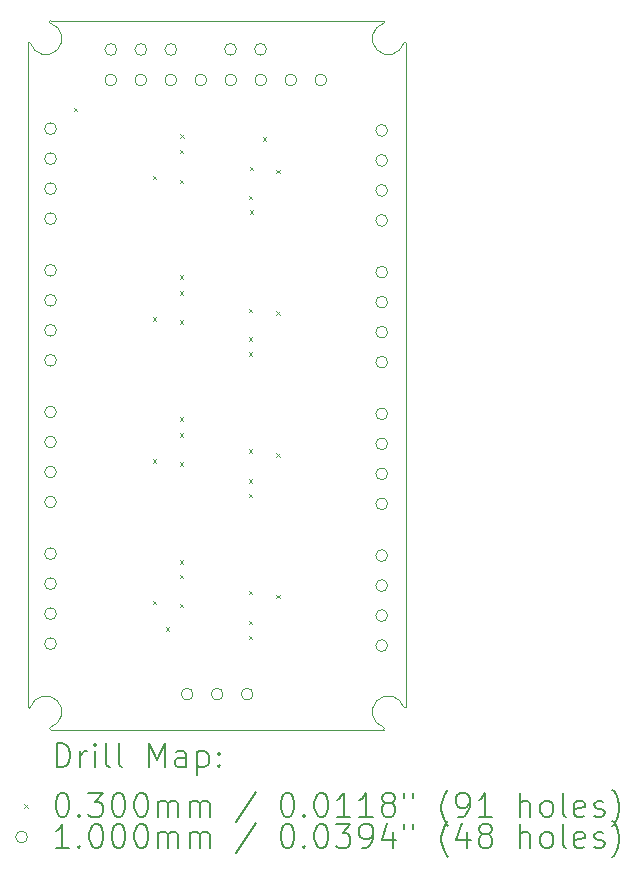
<source format=gbr>
%TF.GenerationSoftware,KiCad,Pcbnew,7.0.2-6a45011f42~172~ubuntu22.04.1*%
%TF.CreationDate,2023-05-07T18:17:42+01:00*%
%TF.ProjectId,octoHX711,6f63746f-4858-4373-9131-2e6b69636164,rev?*%
%TF.SameCoordinates,Original*%
%TF.FileFunction,Drillmap*%
%TF.FilePolarity,Positive*%
%FSLAX45Y45*%
G04 Gerber Fmt 4.5, Leading zero omitted, Abs format (unit mm)*
G04 Created by KiCad (PCBNEW 7.0.2-6a45011f42~172~ubuntu22.04.1) date 2023-05-07 18:17:42*
%MOMM*%
%LPD*%
G01*
G04 APERTURE LIST*
%ADD10C,0.100000*%
%ADD11C,0.200000*%
%ADD12C,0.030000*%
G04 APERTURE END LIST*
D10*
X12690000Y-12480000D02*
G75*
G03*
X12690000Y-12500000I0J-10000D01*
G01*
X12500000Y-12310000D02*
G75*
G03*
X12520000Y-12310000I10000J0D01*
G01*
X12690000Y-12480000D02*
G75*
G03*
X12520000Y-12310000I-40000J130000D01*
G01*
X15680000Y-12310000D02*
G75*
G03*
X15700000Y-12310000I10000J0D01*
G01*
X15510000Y-12500000D02*
G75*
G03*
X15510000Y-12480000I0J10000D01*
G01*
X15680000Y-12310000D02*
G75*
G03*
X15510000Y-12480000I-130000J-40000D01*
G01*
X15510000Y-6520000D02*
G75*
G03*
X15510000Y-6500000I0J10000D01*
G01*
X15700000Y-6690000D02*
G75*
G03*
X15680000Y-6690000I-10000J0D01*
G01*
X15510000Y-6520000D02*
G75*
G03*
X15680000Y-6690000I40000J-130000D01*
G01*
X12520000Y-6690000D02*
G75*
G03*
X12500000Y-6690000I-10000J0D01*
G01*
X12690000Y-6500000D02*
G75*
G03*
X12690000Y-6520000I0J-10000D01*
G01*
X12520000Y-6690000D02*
G75*
G03*
X12690000Y-6520000I130000J40000D01*
G01*
X12690000Y-6500000D02*
X15510000Y-6500000D01*
X12500000Y-12310000D02*
X12500000Y-6690000D01*
X15510000Y-12500000D02*
X12690000Y-12500000D01*
X15700000Y-6690000D02*
X15700000Y-12310000D01*
D11*
D12*
X12885000Y-7235000D02*
X12915000Y-7265000D01*
X12915000Y-7235000D02*
X12885000Y-7265000D01*
X13554500Y-7810500D02*
X13584500Y-7840500D01*
X13584500Y-7810500D02*
X13554500Y-7840500D01*
X13554500Y-9010500D02*
X13584500Y-9040500D01*
X13584500Y-9010500D02*
X13554500Y-9040500D01*
X13554500Y-9010500D02*
X13584500Y-9040500D01*
X13584500Y-9010500D02*
X13554500Y-9040500D01*
X13554500Y-9010500D02*
X13584500Y-9040500D01*
X13584500Y-9010500D02*
X13554500Y-9040500D01*
X13554500Y-9010500D02*
X13584500Y-9040500D01*
X13584500Y-9010500D02*
X13554500Y-9040500D01*
X13554500Y-9010500D02*
X13584500Y-9040500D01*
X13584500Y-9010500D02*
X13554500Y-9040500D01*
X13554500Y-10210500D02*
X13584500Y-10240500D01*
X13584500Y-10210500D02*
X13554500Y-10240500D01*
X13554500Y-10210500D02*
X13584500Y-10240500D01*
X13584500Y-10210500D02*
X13554500Y-10240500D01*
X13554500Y-10210500D02*
X13584500Y-10240500D01*
X13584500Y-10210500D02*
X13554500Y-10240500D01*
X13554500Y-10210500D02*
X13584500Y-10240500D01*
X13584500Y-10210500D02*
X13554500Y-10240500D01*
X13554500Y-10210500D02*
X13584500Y-10240500D01*
X13584500Y-10210500D02*
X13554500Y-10240500D01*
X13554500Y-11410500D02*
X13584500Y-11440500D01*
X13584500Y-11410500D02*
X13554500Y-11440500D01*
X13554500Y-11410500D02*
X13584500Y-11440500D01*
X13584500Y-11410500D02*
X13554500Y-11440500D01*
X13554500Y-11410500D02*
X13584500Y-11440500D01*
X13584500Y-11410500D02*
X13554500Y-11440500D01*
X13554500Y-11410500D02*
X13584500Y-11440500D01*
X13584500Y-11410500D02*
X13554500Y-11440500D01*
X13554500Y-11410500D02*
X13584500Y-11440500D01*
X13584500Y-11410500D02*
X13554500Y-11440500D01*
X13665000Y-11635000D02*
X13695000Y-11665000D01*
X13695000Y-11635000D02*
X13665000Y-11665000D01*
X13783500Y-8655000D02*
X13813500Y-8685000D01*
X13813500Y-8655000D02*
X13783500Y-8685000D01*
X13784450Y-9035000D02*
X13814450Y-9065000D01*
X13814450Y-9035000D02*
X13784450Y-9065000D01*
X13784450Y-9855000D02*
X13814450Y-9885000D01*
X13814450Y-9855000D02*
X13784450Y-9885000D01*
X13784450Y-10235000D02*
X13814450Y-10265000D01*
X13814450Y-10235000D02*
X13784450Y-10265000D01*
X13784450Y-11065000D02*
X13814450Y-11095000D01*
X13814450Y-11065000D02*
X13784450Y-11095000D01*
X13784500Y-7590500D02*
X13814500Y-7620500D01*
X13814500Y-7590500D02*
X13784500Y-7620500D01*
X13784500Y-8790500D02*
X13814500Y-8820500D01*
X13814500Y-8790500D02*
X13784500Y-8820500D01*
X13784500Y-8790500D02*
X13814500Y-8820500D01*
X13814500Y-8790500D02*
X13784500Y-8820500D01*
X13784500Y-8790500D02*
X13814500Y-8820500D01*
X13814500Y-8790500D02*
X13784500Y-8820500D01*
X13784500Y-8790500D02*
X13814500Y-8820500D01*
X13814500Y-8790500D02*
X13784500Y-8820500D01*
X13784500Y-8790500D02*
X13814500Y-8820500D01*
X13814500Y-8790500D02*
X13784500Y-8820500D01*
X13784500Y-9990500D02*
X13814500Y-10020500D01*
X13814500Y-9990500D02*
X13784500Y-10020500D01*
X13784500Y-9990500D02*
X13814500Y-10020500D01*
X13814500Y-9990500D02*
X13784500Y-10020500D01*
X13784500Y-9990500D02*
X13814500Y-10020500D01*
X13814500Y-9990500D02*
X13784500Y-10020500D01*
X13784500Y-9990500D02*
X13814500Y-10020500D01*
X13814500Y-9990500D02*
X13784500Y-10020500D01*
X13784500Y-9990500D02*
X13814500Y-10020500D01*
X13814500Y-9990500D02*
X13784500Y-10020500D01*
X13784500Y-11190500D02*
X13814500Y-11220500D01*
X13814500Y-11190500D02*
X13784500Y-11220500D01*
X13784500Y-11190500D02*
X13814500Y-11220500D01*
X13814500Y-11190500D02*
X13784500Y-11220500D01*
X13784500Y-11190500D02*
X13814500Y-11220500D01*
X13814500Y-11190500D02*
X13784500Y-11220500D01*
X13784500Y-11190500D02*
X13814500Y-11220500D01*
X13814500Y-11190500D02*
X13784500Y-11220500D01*
X13784500Y-11190500D02*
X13814500Y-11220500D01*
X13814500Y-11190500D02*
X13784500Y-11220500D01*
X13785000Y-7845000D02*
X13815000Y-7875000D01*
X13815000Y-7845000D02*
X13785000Y-7875000D01*
X13785000Y-11435000D02*
X13815000Y-11465000D01*
X13815000Y-11435000D02*
X13785000Y-11465000D01*
X13786398Y-7457898D02*
X13816398Y-7487898D01*
X13816398Y-7457898D02*
X13786398Y-7487898D01*
X14368500Y-7980000D02*
X14398500Y-8010000D01*
X14398500Y-7980000D02*
X14368500Y-8010000D01*
X14368500Y-7980000D02*
X14398500Y-8010000D01*
X14398500Y-7980000D02*
X14368500Y-8010000D01*
X14368500Y-7980000D02*
X14398500Y-8010000D01*
X14398500Y-7980000D02*
X14368500Y-8010000D01*
X14368500Y-7980000D02*
X14398500Y-8010000D01*
X14398500Y-7980000D02*
X14368500Y-8010000D01*
X14368500Y-7980000D02*
X14398500Y-8010000D01*
X14398500Y-7980000D02*
X14368500Y-8010000D01*
X14368500Y-9180000D02*
X14398500Y-9210000D01*
X14398500Y-9180000D02*
X14368500Y-9210000D01*
X14368500Y-9180000D02*
X14398500Y-9210000D01*
X14398500Y-9180000D02*
X14368500Y-9210000D01*
X14368500Y-9180000D02*
X14398500Y-9210000D01*
X14398500Y-9180000D02*
X14368500Y-9210000D01*
X14368500Y-9180000D02*
X14398500Y-9210000D01*
X14398500Y-9180000D02*
X14368500Y-9210000D01*
X14368500Y-9180000D02*
X14398500Y-9210000D01*
X14398500Y-9180000D02*
X14368500Y-9210000D01*
X14368500Y-10380000D02*
X14398500Y-10410000D01*
X14398500Y-10380000D02*
X14368500Y-10410000D01*
X14368500Y-10380000D02*
X14398500Y-10410000D01*
X14398500Y-10380000D02*
X14368500Y-10410000D01*
X14368500Y-10380000D02*
X14398500Y-10410000D01*
X14398500Y-10380000D02*
X14368500Y-10410000D01*
X14368500Y-10380000D02*
X14398500Y-10410000D01*
X14398500Y-10380000D02*
X14368500Y-10410000D01*
X14368500Y-10380000D02*
X14398500Y-10410000D01*
X14398500Y-10380000D02*
X14368500Y-10410000D01*
X14368500Y-11580000D02*
X14398500Y-11610000D01*
X14398500Y-11580000D02*
X14368500Y-11610000D01*
X14368500Y-11580000D02*
X14398500Y-11610000D01*
X14398500Y-11580000D02*
X14368500Y-11610000D01*
X14368500Y-11580000D02*
X14398500Y-11610000D01*
X14398500Y-11580000D02*
X14368500Y-11610000D01*
X14368500Y-11580000D02*
X14398500Y-11610000D01*
X14398500Y-11580000D02*
X14368500Y-11610000D01*
X14368500Y-11580000D02*
X14398500Y-11610000D01*
X14398500Y-11580000D02*
X14368500Y-11610000D01*
X14368550Y-8935000D02*
X14398550Y-8965000D01*
X14398550Y-8935000D02*
X14368550Y-8965000D01*
X14368550Y-9305000D02*
X14398550Y-9335000D01*
X14398550Y-9305000D02*
X14368550Y-9335000D01*
X14368550Y-10125000D02*
X14398550Y-10155000D01*
X14398550Y-10125000D02*
X14368550Y-10155000D01*
X14368550Y-10505000D02*
X14398550Y-10535000D01*
X14398550Y-10505000D02*
X14368550Y-10535000D01*
X14368550Y-11325000D02*
X14398550Y-11355000D01*
X14398550Y-11325000D02*
X14368550Y-11355000D01*
X14368550Y-11705000D02*
X14398550Y-11735000D01*
X14398550Y-11705000D02*
X14368550Y-11735000D01*
X14375000Y-7735000D02*
X14405000Y-7765000D01*
X14405000Y-7735000D02*
X14375000Y-7765000D01*
X14375000Y-8105000D02*
X14405000Y-8135000D01*
X14405000Y-8105000D02*
X14375000Y-8135000D01*
X14485000Y-7485000D02*
X14515000Y-7515000D01*
X14515000Y-7485000D02*
X14485000Y-7515000D01*
X14598500Y-7760000D02*
X14628500Y-7790000D01*
X14628500Y-7760000D02*
X14598500Y-7790000D01*
X14598500Y-7760000D02*
X14628500Y-7790000D01*
X14628500Y-7760000D02*
X14598500Y-7790000D01*
X14598500Y-7760000D02*
X14628500Y-7790000D01*
X14628500Y-7760000D02*
X14598500Y-7790000D01*
X14598500Y-7760000D02*
X14628500Y-7790000D01*
X14628500Y-7760000D02*
X14598500Y-7790000D01*
X14598500Y-7760000D02*
X14628500Y-7790000D01*
X14628500Y-7760000D02*
X14598500Y-7790000D01*
X14598500Y-8960000D02*
X14628500Y-8990000D01*
X14628500Y-8960000D02*
X14598500Y-8990000D01*
X14598500Y-8960000D02*
X14628500Y-8990000D01*
X14628500Y-8960000D02*
X14598500Y-8990000D01*
X14598500Y-8960000D02*
X14628500Y-8990000D01*
X14628500Y-8960000D02*
X14598500Y-8990000D01*
X14598500Y-8960000D02*
X14628500Y-8990000D01*
X14628500Y-8960000D02*
X14598500Y-8990000D01*
X14598500Y-8960000D02*
X14628500Y-8990000D01*
X14628500Y-8960000D02*
X14598500Y-8990000D01*
X14598500Y-10160000D02*
X14628500Y-10190000D01*
X14628500Y-10160000D02*
X14598500Y-10190000D01*
X14598500Y-10160000D02*
X14628500Y-10190000D01*
X14628500Y-10160000D02*
X14598500Y-10190000D01*
X14598500Y-10160000D02*
X14628500Y-10190000D01*
X14628500Y-10160000D02*
X14598500Y-10190000D01*
X14598500Y-10160000D02*
X14628500Y-10190000D01*
X14628500Y-10160000D02*
X14598500Y-10190000D01*
X14598500Y-10160000D02*
X14628500Y-10190000D01*
X14628500Y-10160000D02*
X14598500Y-10190000D01*
X14598500Y-11360000D02*
X14628500Y-11390000D01*
X14628500Y-11360000D02*
X14598500Y-11390000D01*
X14598500Y-11360000D02*
X14628500Y-11390000D01*
X14628500Y-11360000D02*
X14598500Y-11390000D01*
X14598500Y-11360000D02*
X14628500Y-11390000D01*
X14628500Y-11360000D02*
X14598500Y-11390000D01*
X14598500Y-11360000D02*
X14628500Y-11390000D01*
X14628500Y-11360000D02*
X14598500Y-11390000D01*
X14598500Y-11360000D02*
X14628500Y-11390000D01*
X14628500Y-11360000D02*
X14598500Y-11390000D01*
D10*
X12739500Y-7411500D02*
G75*
G03*
X12739500Y-7411500I-50000J0D01*
G01*
X12739500Y-7665500D02*
G75*
G03*
X12739500Y-7665500I-50000J0D01*
G01*
X12739500Y-7919500D02*
G75*
G03*
X12739500Y-7919500I-50000J0D01*
G01*
X12739500Y-8173500D02*
G75*
G03*
X12739500Y-8173500I-50000J0D01*
G01*
X12739500Y-8611500D02*
G75*
G03*
X12739500Y-8611500I-50000J0D01*
G01*
X12739500Y-8865500D02*
G75*
G03*
X12739500Y-8865500I-50000J0D01*
G01*
X12739500Y-9119500D02*
G75*
G03*
X12739500Y-9119500I-50000J0D01*
G01*
X12739500Y-9373500D02*
G75*
G03*
X12739500Y-9373500I-50000J0D01*
G01*
X12739500Y-9811500D02*
G75*
G03*
X12739500Y-9811500I-50000J0D01*
G01*
X12739500Y-10065500D02*
G75*
G03*
X12739500Y-10065500I-50000J0D01*
G01*
X12739500Y-10319500D02*
G75*
G03*
X12739500Y-10319500I-50000J0D01*
G01*
X12739500Y-10573500D02*
G75*
G03*
X12739500Y-10573500I-50000J0D01*
G01*
X12739500Y-11011500D02*
G75*
G03*
X12739500Y-11011500I-50000J0D01*
G01*
X12739500Y-11265500D02*
G75*
G03*
X12739500Y-11265500I-50000J0D01*
G01*
X12739500Y-11519500D02*
G75*
G03*
X12739500Y-11519500I-50000J0D01*
G01*
X12739500Y-11773500D02*
G75*
G03*
X12739500Y-11773500I-50000J0D01*
G01*
X13250000Y-6741500D02*
G75*
G03*
X13250000Y-6741500I-50000J0D01*
G01*
X13250000Y-7000000D02*
G75*
G03*
X13250000Y-7000000I-50000J0D01*
G01*
X13504000Y-6741500D02*
G75*
G03*
X13504000Y-6741500I-50000J0D01*
G01*
X13504000Y-7000000D02*
G75*
G03*
X13504000Y-7000000I-50000J0D01*
G01*
X13758000Y-6741500D02*
G75*
G03*
X13758000Y-6741500I-50000J0D01*
G01*
X13758000Y-7000000D02*
G75*
G03*
X13758000Y-7000000I-50000J0D01*
G01*
X13896000Y-12200000D02*
G75*
G03*
X13896000Y-12200000I-50000J0D01*
G01*
X14012000Y-7000000D02*
G75*
G03*
X14012000Y-7000000I-50000J0D01*
G01*
X14150000Y-12200000D02*
G75*
G03*
X14150000Y-12200000I-50000J0D01*
G01*
X14263500Y-6741500D02*
G75*
G03*
X14263500Y-6741500I-50000J0D01*
G01*
X14266000Y-7000000D02*
G75*
G03*
X14266000Y-7000000I-50000J0D01*
G01*
X14404000Y-12200000D02*
G75*
G03*
X14404000Y-12200000I-50000J0D01*
G01*
X14517500Y-6741500D02*
G75*
G03*
X14517500Y-6741500I-50000J0D01*
G01*
X14520000Y-7000000D02*
G75*
G03*
X14520000Y-7000000I-50000J0D01*
G01*
X14774000Y-7000000D02*
G75*
G03*
X14774000Y-7000000I-50000J0D01*
G01*
X15028000Y-7000000D02*
G75*
G03*
X15028000Y-7000000I-50000J0D01*
G01*
X15543500Y-7427000D02*
G75*
G03*
X15543500Y-7427000I-50000J0D01*
G01*
X15543500Y-7681000D02*
G75*
G03*
X15543500Y-7681000I-50000J0D01*
G01*
X15543500Y-7935000D02*
G75*
G03*
X15543500Y-7935000I-50000J0D01*
G01*
X15543500Y-8189000D02*
G75*
G03*
X15543500Y-8189000I-50000J0D01*
G01*
X15543500Y-8627000D02*
G75*
G03*
X15543500Y-8627000I-50000J0D01*
G01*
X15543500Y-8881000D02*
G75*
G03*
X15543500Y-8881000I-50000J0D01*
G01*
X15543500Y-9135000D02*
G75*
G03*
X15543500Y-9135000I-50000J0D01*
G01*
X15543500Y-9389000D02*
G75*
G03*
X15543500Y-9389000I-50000J0D01*
G01*
X15543500Y-9827000D02*
G75*
G03*
X15543500Y-9827000I-50000J0D01*
G01*
X15543500Y-10081000D02*
G75*
G03*
X15543500Y-10081000I-50000J0D01*
G01*
X15543500Y-10335000D02*
G75*
G03*
X15543500Y-10335000I-50000J0D01*
G01*
X15543500Y-10589000D02*
G75*
G03*
X15543500Y-10589000I-50000J0D01*
G01*
X15543500Y-11027000D02*
G75*
G03*
X15543500Y-11027000I-50000J0D01*
G01*
X15543500Y-11281000D02*
G75*
G03*
X15543500Y-11281000I-50000J0D01*
G01*
X15543500Y-11535000D02*
G75*
G03*
X15543500Y-11535000I-50000J0D01*
G01*
X15543500Y-11789000D02*
G75*
G03*
X15543500Y-11789000I-50000J0D01*
G01*
D11*
X12742619Y-12817524D02*
X12742619Y-12617524D01*
X12742619Y-12617524D02*
X12790238Y-12617524D01*
X12790238Y-12617524D02*
X12818809Y-12627048D01*
X12818809Y-12627048D02*
X12837857Y-12646095D01*
X12837857Y-12646095D02*
X12847381Y-12665143D01*
X12847381Y-12665143D02*
X12856905Y-12703238D01*
X12856905Y-12703238D02*
X12856905Y-12731809D01*
X12856905Y-12731809D02*
X12847381Y-12769905D01*
X12847381Y-12769905D02*
X12837857Y-12788952D01*
X12837857Y-12788952D02*
X12818809Y-12808000D01*
X12818809Y-12808000D02*
X12790238Y-12817524D01*
X12790238Y-12817524D02*
X12742619Y-12817524D01*
X12942619Y-12817524D02*
X12942619Y-12684190D01*
X12942619Y-12722286D02*
X12952143Y-12703238D01*
X12952143Y-12703238D02*
X12961667Y-12693714D01*
X12961667Y-12693714D02*
X12980714Y-12684190D01*
X12980714Y-12684190D02*
X12999762Y-12684190D01*
X13066428Y-12817524D02*
X13066428Y-12684190D01*
X13066428Y-12617524D02*
X13056905Y-12627048D01*
X13056905Y-12627048D02*
X13066428Y-12636571D01*
X13066428Y-12636571D02*
X13075952Y-12627048D01*
X13075952Y-12627048D02*
X13066428Y-12617524D01*
X13066428Y-12617524D02*
X13066428Y-12636571D01*
X13190238Y-12817524D02*
X13171190Y-12808000D01*
X13171190Y-12808000D02*
X13161667Y-12788952D01*
X13161667Y-12788952D02*
X13161667Y-12617524D01*
X13295000Y-12817524D02*
X13275952Y-12808000D01*
X13275952Y-12808000D02*
X13266428Y-12788952D01*
X13266428Y-12788952D02*
X13266428Y-12617524D01*
X13523571Y-12817524D02*
X13523571Y-12617524D01*
X13523571Y-12617524D02*
X13590238Y-12760381D01*
X13590238Y-12760381D02*
X13656905Y-12617524D01*
X13656905Y-12617524D02*
X13656905Y-12817524D01*
X13837857Y-12817524D02*
X13837857Y-12712762D01*
X13837857Y-12712762D02*
X13828333Y-12693714D01*
X13828333Y-12693714D02*
X13809286Y-12684190D01*
X13809286Y-12684190D02*
X13771190Y-12684190D01*
X13771190Y-12684190D02*
X13752143Y-12693714D01*
X13837857Y-12808000D02*
X13818809Y-12817524D01*
X13818809Y-12817524D02*
X13771190Y-12817524D01*
X13771190Y-12817524D02*
X13752143Y-12808000D01*
X13752143Y-12808000D02*
X13742619Y-12788952D01*
X13742619Y-12788952D02*
X13742619Y-12769905D01*
X13742619Y-12769905D02*
X13752143Y-12750857D01*
X13752143Y-12750857D02*
X13771190Y-12741333D01*
X13771190Y-12741333D02*
X13818809Y-12741333D01*
X13818809Y-12741333D02*
X13837857Y-12731809D01*
X13933095Y-12684190D02*
X13933095Y-12884190D01*
X13933095Y-12693714D02*
X13952143Y-12684190D01*
X13952143Y-12684190D02*
X13990238Y-12684190D01*
X13990238Y-12684190D02*
X14009286Y-12693714D01*
X14009286Y-12693714D02*
X14018809Y-12703238D01*
X14018809Y-12703238D02*
X14028333Y-12722286D01*
X14028333Y-12722286D02*
X14028333Y-12779428D01*
X14028333Y-12779428D02*
X14018809Y-12798476D01*
X14018809Y-12798476D02*
X14009286Y-12808000D01*
X14009286Y-12808000D02*
X13990238Y-12817524D01*
X13990238Y-12817524D02*
X13952143Y-12817524D01*
X13952143Y-12817524D02*
X13933095Y-12808000D01*
X14114048Y-12798476D02*
X14123571Y-12808000D01*
X14123571Y-12808000D02*
X14114048Y-12817524D01*
X14114048Y-12817524D02*
X14104524Y-12808000D01*
X14104524Y-12808000D02*
X14114048Y-12798476D01*
X14114048Y-12798476D02*
X14114048Y-12817524D01*
X14114048Y-12693714D02*
X14123571Y-12703238D01*
X14123571Y-12703238D02*
X14114048Y-12712762D01*
X14114048Y-12712762D02*
X14104524Y-12703238D01*
X14104524Y-12703238D02*
X14114048Y-12693714D01*
X14114048Y-12693714D02*
X14114048Y-12712762D01*
D12*
X12465000Y-13130000D02*
X12495000Y-13160000D01*
X12495000Y-13130000D02*
X12465000Y-13160000D01*
D11*
X12780714Y-13037524D02*
X12799762Y-13037524D01*
X12799762Y-13037524D02*
X12818809Y-13047048D01*
X12818809Y-13047048D02*
X12828333Y-13056571D01*
X12828333Y-13056571D02*
X12837857Y-13075619D01*
X12837857Y-13075619D02*
X12847381Y-13113714D01*
X12847381Y-13113714D02*
X12847381Y-13161333D01*
X12847381Y-13161333D02*
X12837857Y-13199428D01*
X12837857Y-13199428D02*
X12828333Y-13218476D01*
X12828333Y-13218476D02*
X12818809Y-13228000D01*
X12818809Y-13228000D02*
X12799762Y-13237524D01*
X12799762Y-13237524D02*
X12780714Y-13237524D01*
X12780714Y-13237524D02*
X12761667Y-13228000D01*
X12761667Y-13228000D02*
X12752143Y-13218476D01*
X12752143Y-13218476D02*
X12742619Y-13199428D01*
X12742619Y-13199428D02*
X12733095Y-13161333D01*
X12733095Y-13161333D02*
X12733095Y-13113714D01*
X12733095Y-13113714D02*
X12742619Y-13075619D01*
X12742619Y-13075619D02*
X12752143Y-13056571D01*
X12752143Y-13056571D02*
X12761667Y-13047048D01*
X12761667Y-13047048D02*
X12780714Y-13037524D01*
X12933095Y-13218476D02*
X12942619Y-13228000D01*
X12942619Y-13228000D02*
X12933095Y-13237524D01*
X12933095Y-13237524D02*
X12923571Y-13228000D01*
X12923571Y-13228000D02*
X12933095Y-13218476D01*
X12933095Y-13218476D02*
X12933095Y-13237524D01*
X13009286Y-13037524D02*
X13133095Y-13037524D01*
X13133095Y-13037524D02*
X13066428Y-13113714D01*
X13066428Y-13113714D02*
X13095000Y-13113714D01*
X13095000Y-13113714D02*
X13114048Y-13123238D01*
X13114048Y-13123238D02*
X13123571Y-13132762D01*
X13123571Y-13132762D02*
X13133095Y-13151809D01*
X13133095Y-13151809D02*
X13133095Y-13199428D01*
X13133095Y-13199428D02*
X13123571Y-13218476D01*
X13123571Y-13218476D02*
X13114048Y-13228000D01*
X13114048Y-13228000D02*
X13095000Y-13237524D01*
X13095000Y-13237524D02*
X13037857Y-13237524D01*
X13037857Y-13237524D02*
X13018809Y-13228000D01*
X13018809Y-13228000D02*
X13009286Y-13218476D01*
X13256905Y-13037524D02*
X13275952Y-13037524D01*
X13275952Y-13037524D02*
X13295000Y-13047048D01*
X13295000Y-13047048D02*
X13304524Y-13056571D01*
X13304524Y-13056571D02*
X13314048Y-13075619D01*
X13314048Y-13075619D02*
X13323571Y-13113714D01*
X13323571Y-13113714D02*
X13323571Y-13161333D01*
X13323571Y-13161333D02*
X13314048Y-13199428D01*
X13314048Y-13199428D02*
X13304524Y-13218476D01*
X13304524Y-13218476D02*
X13295000Y-13228000D01*
X13295000Y-13228000D02*
X13275952Y-13237524D01*
X13275952Y-13237524D02*
X13256905Y-13237524D01*
X13256905Y-13237524D02*
X13237857Y-13228000D01*
X13237857Y-13228000D02*
X13228333Y-13218476D01*
X13228333Y-13218476D02*
X13218809Y-13199428D01*
X13218809Y-13199428D02*
X13209286Y-13161333D01*
X13209286Y-13161333D02*
X13209286Y-13113714D01*
X13209286Y-13113714D02*
X13218809Y-13075619D01*
X13218809Y-13075619D02*
X13228333Y-13056571D01*
X13228333Y-13056571D02*
X13237857Y-13047048D01*
X13237857Y-13047048D02*
X13256905Y-13037524D01*
X13447381Y-13037524D02*
X13466429Y-13037524D01*
X13466429Y-13037524D02*
X13485476Y-13047048D01*
X13485476Y-13047048D02*
X13495000Y-13056571D01*
X13495000Y-13056571D02*
X13504524Y-13075619D01*
X13504524Y-13075619D02*
X13514048Y-13113714D01*
X13514048Y-13113714D02*
X13514048Y-13161333D01*
X13514048Y-13161333D02*
X13504524Y-13199428D01*
X13504524Y-13199428D02*
X13495000Y-13218476D01*
X13495000Y-13218476D02*
X13485476Y-13228000D01*
X13485476Y-13228000D02*
X13466429Y-13237524D01*
X13466429Y-13237524D02*
X13447381Y-13237524D01*
X13447381Y-13237524D02*
X13428333Y-13228000D01*
X13428333Y-13228000D02*
X13418809Y-13218476D01*
X13418809Y-13218476D02*
X13409286Y-13199428D01*
X13409286Y-13199428D02*
X13399762Y-13161333D01*
X13399762Y-13161333D02*
X13399762Y-13113714D01*
X13399762Y-13113714D02*
X13409286Y-13075619D01*
X13409286Y-13075619D02*
X13418809Y-13056571D01*
X13418809Y-13056571D02*
X13428333Y-13047048D01*
X13428333Y-13047048D02*
X13447381Y-13037524D01*
X13599762Y-13237524D02*
X13599762Y-13104190D01*
X13599762Y-13123238D02*
X13609286Y-13113714D01*
X13609286Y-13113714D02*
X13628333Y-13104190D01*
X13628333Y-13104190D02*
X13656905Y-13104190D01*
X13656905Y-13104190D02*
X13675952Y-13113714D01*
X13675952Y-13113714D02*
X13685476Y-13132762D01*
X13685476Y-13132762D02*
X13685476Y-13237524D01*
X13685476Y-13132762D02*
X13695000Y-13113714D01*
X13695000Y-13113714D02*
X13714048Y-13104190D01*
X13714048Y-13104190D02*
X13742619Y-13104190D01*
X13742619Y-13104190D02*
X13761667Y-13113714D01*
X13761667Y-13113714D02*
X13771190Y-13132762D01*
X13771190Y-13132762D02*
X13771190Y-13237524D01*
X13866429Y-13237524D02*
X13866429Y-13104190D01*
X13866429Y-13123238D02*
X13875952Y-13113714D01*
X13875952Y-13113714D02*
X13895000Y-13104190D01*
X13895000Y-13104190D02*
X13923571Y-13104190D01*
X13923571Y-13104190D02*
X13942619Y-13113714D01*
X13942619Y-13113714D02*
X13952143Y-13132762D01*
X13952143Y-13132762D02*
X13952143Y-13237524D01*
X13952143Y-13132762D02*
X13961667Y-13113714D01*
X13961667Y-13113714D02*
X13980714Y-13104190D01*
X13980714Y-13104190D02*
X14009286Y-13104190D01*
X14009286Y-13104190D02*
X14028333Y-13113714D01*
X14028333Y-13113714D02*
X14037857Y-13132762D01*
X14037857Y-13132762D02*
X14037857Y-13237524D01*
X14428333Y-13028000D02*
X14256905Y-13285143D01*
X14685476Y-13037524D02*
X14704524Y-13037524D01*
X14704524Y-13037524D02*
X14723572Y-13047048D01*
X14723572Y-13047048D02*
X14733095Y-13056571D01*
X14733095Y-13056571D02*
X14742619Y-13075619D01*
X14742619Y-13075619D02*
X14752143Y-13113714D01*
X14752143Y-13113714D02*
X14752143Y-13161333D01*
X14752143Y-13161333D02*
X14742619Y-13199428D01*
X14742619Y-13199428D02*
X14733095Y-13218476D01*
X14733095Y-13218476D02*
X14723572Y-13228000D01*
X14723572Y-13228000D02*
X14704524Y-13237524D01*
X14704524Y-13237524D02*
X14685476Y-13237524D01*
X14685476Y-13237524D02*
X14666429Y-13228000D01*
X14666429Y-13228000D02*
X14656905Y-13218476D01*
X14656905Y-13218476D02*
X14647381Y-13199428D01*
X14647381Y-13199428D02*
X14637857Y-13161333D01*
X14637857Y-13161333D02*
X14637857Y-13113714D01*
X14637857Y-13113714D02*
X14647381Y-13075619D01*
X14647381Y-13075619D02*
X14656905Y-13056571D01*
X14656905Y-13056571D02*
X14666429Y-13047048D01*
X14666429Y-13047048D02*
X14685476Y-13037524D01*
X14837857Y-13218476D02*
X14847381Y-13228000D01*
X14847381Y-13228000D02*
X14837857Y-13237524D01*
X14837857Y-13237524D02*
X14828333Y-13228000D01*
X14828333Y-13228000D02*
X14837857Y-13218476D01*
X14837857Y-13218476D02*
X14837857Y-13237524D01*
X14971191Y-13037524D02*
X14990238Y-13037524D01*
X14990238Y-13037524D02*
X15009286Y-13047048D01*
X15009286Y-13047048D02*
X15018810Y-13056571D01*
X15018810Y-13056571D02*
X15028333Y-13075619D01*
X15028333Y-13075619D02*
X15037857Y-13113714D01*
X15037857Y-13113714D02*
X15037857Y-13161333D01*
X15037857Y-13161333D02*
X15028333Y-13199428D01*
X15028333Y-13199428D02*
X15018810Y-13218476D01*
X15018810Y-13218476D02*
X15009286Y-13228000D01*
X15009286Y-13228000D02*
X14990238Y-13237524D01*
X14990238Y-13237524D02*
X14971191Y-13237524D01*
X14971191Y-13237524D02*
X14952143Y-13228000D01*
X14952143Y-13228000D02*
X14942619Y-13218476D01*
X14942619Y-13218476D02*
X14933095Y-13199428D01*
X14933095Y-13199428D02*
X14923572Y-13161333D01*
X14923572Y-13161333D02*
X14923572Y-13113714D01*
X14923572Y-13113714D02*
X14933095Y-13075619D01*
X14933095Y-13075619D02*
X14942619Y-13056571D01*
X14942619Y-13056571D02*
X14952143Y-13047048D01*
X14952143Y-13047048D02*
X14971191Y-13037524D01*
X15228333Y-13237524D02*
X15114048Y-13237524D01*
X15171191Y-13237524D02*
X15171191Y-13037524D01*
X15171191Y-13037524D02*
X15152143Y-13066095D01*
X15152143Y-13066095D02*
X15133095Y-13085143D01*
X15133095Y-13085143D02*
X15114048Y-13094667D01*
X15418810Y-13237524D02*
X15304524Y-13237524D01*
X15361667Y-13237524D02*
X15361667Y-13037524D01*
X15361667Y-13037524D02*
X15342619Y-13066095D01*
X15342619Y-13066095D02*
X15323572Y-13085143D01*
X15323572Y-13085143D02*
X15304524Y-13094667D01*
X15533095Y-13123238D02*
X15514048Y-13113714D01*
X15514048Y-13113714D02*
X15504524Y-13104190D01*
X15504524Y-13104190D02*
X15495000Y-13085143D01*
X15495000Y-13085143D02*
X15495000Y-13075619D01*
X15495000Y-13075619D02*
X15504524Y-13056571D01*
X15504524Y-13056571D02*
X15514048Y-13047048D01*
X15514048Y-13047048D02*
X15533095Y-13037524D01*
X15533095Y-13037524D02*
X15571191Y-13037524D01*
X15571191Y-13037524D02*
X15590238Y-13047048D01*
X15590238Y-13047048D02*
X15599762Y-13056571D01*
X15599762Y-13056571D02*
X15609286Y-13075619D01*
X15609286Y-13075619D02*
X15609286Y-13085143D01*
X15609286Y-13085143D02*
X15599762Y-13104190D01*
X15599762Y-13104190D02*
X15590238Y-13113714D01*
X15590238Y-13113714D02*
X15571191Y-13123238D01*
X15571191Y-13123238D02*
X15533095Y-13123238D01*
X15533095Y-13123238D02*
X15514048Y-13132762D01*
X15514048Y-13132762D02*
X15504524Y-13142286D01*
X15504524Y-13142286D02*
X15495000Y-13161333D01*
X15495000Y-13161333D02*
X15495000Y-13199428D01*
X15495000Y-13199428D02*
X15504524Y-13218476D01*
X15504524Y-13218476D02*
X15514048Y-13228000D01*
X15514048Y-13228000D02*
X15533095Y-13237524D01*
X15533095Y-13237524D02*
X15571191Y-13237524D01*
X15571191Y-13237524D02*
X15590238Y-13228000D01*
X15590238Y-13228000D02*
X15599762Y-13218476D01*
X15599762Y-13218476D02*
X15609286Y-13199428D01*
X15609286Y-13199428D02*
X15609286Y-13161333D01*
X15609286Y-13161333D02*
X15599762Y-13142286D01*
X15599762Y-13142286D02*
X15590238Y-13132762D01*
X15590238Y-13132762D02*
X15571191Y-13123238D01*
X15685476Y-13037524D02*
X15685476Y-13075619D01*
X15761667Y-13037524D02*
X15761667Y-13075619D01*
X16056905Y-13313714D02*
X16047381Y-13304190D01*
X16047381Y-13304190D02*
X16028334Y-13275619D01*
X16028334Y-13275619D02*
X16018810Y-13256571D01*
X16018810Y-13256571D02*
X16009286Y-13228000D01*
X16009286Y-13228000D02*
X15999762Y-13180381D01*
X15999762Y-13180381D02*
X15999762Y-13142286D01*
X15999762Y-13142286D02*
X16009286Y-13094667D01*
X16009286Y-13094667D02*
X16018810Y-13066095D01*
X16018810Y-13066095D02*
X16028334Y-13047048D01*
X16028334Y-13047048D02*
X16047381Y-13018476D01*
X16047381Y-13018476D02*
X16056905Y-13008952D01*
X16142619Y-13237524D02*
X16180714Y-13237524D01*
X16180714Y-13237524D02*
X16199762Y-13228000D01*
X16199762Y-13228000D02*
X16209286Y-13218476D01*
X16209286Y-13218476D02*
X16228334Y-13189905D01*
X16228334Y-13189905D02*
X16237857Y-13151809D01*
X16237857Y-13151809D02*
X16237857Y-13075619D01*
X16237857Y-13075619D02*
X16228334Y-13056571D01*
X16228334Y-13056571D02*
X16218810Y-13047048D01*
X16218810Y-13047048D02*
X16199762Y-13037524D01*
X16199762Y-13037524D02*
X16161667Y-13037524D01*
X16161667Y-13037524D02*
X16142619Y-13047048D01*
X16142619Y-13047048D02*
X16133095Y-13056571D01*
X16133095Y-13056571D02*
X16123572Y-13075619D01*
X16123572Y-13075619D02*
X16123572Y-13123238D01*
X16123572Y-13123238D02*
X16133095Y-13142286D01*
X16133095Y-13142286D02*
X16142619Y-13151809D01*
X16142619Y-13151809D02*
X16161667Y-13161333D01*
X16161667Y-13161333D02*
X16199762Y-13161333D01*
X16199762Y-13161333D02*
X16218810Y-13151809D01*
X16218810Y-13151809D02*
X16228334Y-13142286D01*
X16228334Y-13142286D02*
X16237857Y-13123238D01*
X16428334Y-13237524D02*
X16314048Y-13237524D01*
X16371191Y-13237524D02*
X16371191Y-13037524D01*
X16371191Y-13037524D02*
X16352143Y-13066095D01*
X16352143Y-13066095D02*
X16333095Y-13085143D01*
X16333095Y-13085143D02*
X16314048Y-13094667D01*
X16666429Y-13237524D02*
X16666429Y-13037524D01*
X16752143Y-13237524D02*
X16752143Y-13132762D01*
X16752143Y-13132762D02*
X16742619Y-13113714D01*
X16742619Y-13113714D02*
X16723572Y-13104190D01*
X16723572Y-13104190D02*
X16695000Y-13104190D01*
X16695000Y-13104190D02*
X16675953Y-13113714D01*
X16675953Y-13113714D02*
X16666429Y-13123238D01*
X16875953Y-13237524D02*
X16856905Y-13228000D01*
X16856905Y-13228000D02*
X16847381Y-13218476D01*
X16847381Y-13218476D02*
X16837858Y-13199428D01*
X16837858Y-13199428D02*
X16837858Y-13142286D01*
X16837858Y-13142286D02*
X16847381Y-13123238D01*
X16847381Y-13123238D02*
X16856905Y-13113714D01*
X16856905Y-13113714D02*
X16875953Y-13104190D01*
X16875953Y-13104190D02*
X16904524Y-13104190D01*
X16904524Y-13104190D02*
X16923572Y-13113714D01*
X16923572Y-13113714D02*
X16933096Y-13123238D01*
X16933096Y-13123238D02*
X16942619Y-13142286D01*
X16942619Y-13142286D02*
X16942619Y-13199428D01*
X16942619Y-13199428D02*
X16933096Y-13218476D01*
X16933096Y-13218476D02*
X16923572Y-13228000D01*
X16923572Y-13228000D02*
X16904524Y-13237524D01*
X16904524Y-13237524D02*
X16875953Y-13237524D01*
X17056905Y-13237524D02*
X17037858Y-13228000D01*
X17037858Y-13228000D02*
X17028334Y-13208952D01*
X17028334Y-13208952D02*
X17028334Y-13037524D01*
X17209286Y-13228000D02*
X17190239Y-13237524D01*
X17190239Y-13237524D02*
X17152143Y-13237524D01*
X17152143Y-13237524D02*
X17133096Y-13228000D01*
X17133096Y-13228000D02*
X17123572Y-13208952D01*
X17123572Y-13208952D02*
X17123572Y-13132762D01*
X17123572Y-13132762D02*
X17133096Y-13113714D01*
X17133096Y-13113714D02*
X17152143Y-13104190D01*
X17152143Y-13104190D02*
X17190239Y-13104190D01*
X17190239Y-13104190D02*
X17209286Y-13113714D01*
X17209286Y-13113714D02*
X17218810Y-13132762D01*
X17218810Y-13132762D02*
X17218810Y-13151809D01*
X17218810Y-13151809D02*
X17123572Y-13170857D01*
X17295000Y-13228000D02*
X17314048Y-13237524D01*
X17314048Y-13237524D02*
X17352143Y-13237524D01*
X17352143Y-13237524D02*
X17371191Y-13228000D01*
X17371191Y-13228000D02*
X17380715Y-13208952D01*
X17380715Y-13208952D02*
X17380715Y-13199428D01*
X17380715Y-13199428D02*
X17371191Y-13180381D01*
X17371191Y-13180381D02*
X17352143Y-13170857D01*
X17352143Y-13170857D02*
X17323572Y-13170857D01*
X17323572Y-13170857D02*
X17304524Y-13161333D01*
X17304524Y-13161333D02*
X17295000Y-13142286D01*
X17295000Y-13142286D02*
X17295000Y-13132762D01*
X17295000Y-13132762D02*
X17304524Y-13113714D01*
X17304524Y-13113714D02*
X17323572Y-13104190D01*
X17323572Y-13104190D02*
X17352143Y-13104190D01*
X17352143Y-13104190D02*
X17371191Y-13113714D01*
X17447381Y-13313714D02*
X17456905Y-13304190D01*
X17456905Y-13304190D02*
X17475953Y-13275619D01*
X17475953Y-13275619D02*
X17485477Y-13256571D01*
X17485477Y-13256571D02*
X17495000Y-13228000D01*
X17495000Y-13228000D02*
X17504524Y-13180381D01*
X17504524Y-13180381D02*
X17504524Y-13142286D01*
X17504524Y-13142286D02*
X17495000Y-13094667D01*
X17495000Y-13094667D02*
X17485477Y-13066095D01*
X17485477Y-13066095D02*
X17475953Y-13047048D01*
X17475953Y-13047048D02*
X17456905Y-13018476D01*
X17456905Y-13018476D02*
X17447381Y-13008952D01*
D10*
X12495000Y-13409000D02*
G75*
G03*
X12495000Y-13409000I-50000J0D01*
G01*
D11*
X12847381Y-13501524D02*
X12733095Y-13501524D01*
X12790238Y-13501524D02*
X12790238Y-13301524D01*
X12790238Y-13301524D02*
X12771190Y-13330095D01*
X12771190Y-13330095D02*
X12752143Y-13349143D01*
X12752143Y-13349143D02*
X12733095Y-13358667D01*
X12933095Y-13482476D02*
X12942619Y-13492000D01*
X12942619Y-13492000D02*
X12933095Y-13501524D01*
X12933095Y-13501524D02*
X12923571Y-13492000D01*
X12923571Y-13492000D02*
X12933095Y-13482476D01*
X12933095Y-13482476D02*
X12933095Y-13501524D01*
X13066428Y-13301524D02*
X13085476Y-13301524D01*
X13085476Y-13301524D02*
X13104524Y-13311048D01*
X13104524Y-13311048D02*
X13114048Y-13320571D01*
X13114048Y-13320571D02*
X13123571Y-13339619D01*
X13123571Y-13339619D02*
X13133095Y-13377714D01*
X13133095Y-13377714D02*
X13133095Y-13425333D01*
X13133095Y-13425333D02*
X13123571Y-13463428D01*
X13123571Y-13463428D02*
X13114048Y-13482476D01*
X13114048Y-13482476D02*
X13104524Y-13492000D01*
X13104524Y-13492000D02*
X13085476Y-13501524D01*
X13085476Y-13501524D02*
X13066428Y-13501524D01*
X13066428Y-13501524D02*
X13047381Y-13492000D01*
X13047381Y-13492000D02*
X13037857Y-13482476D01*
X13037857Y-13482476D02*
X13028333Y-13463428D01*
X13028333Y-13463428D02*
X13018809Y-13425333D01*
X13018809Y-13425333D02*
X13018809Y-13377714D01*
X13018809Y-13377714D02*
X13028333Y-13339619D01*
X13028333Y-13339619D02*
X13037857Y-13320571D01*
X13037857Y-13320571D02*
X13047381Y-13311048D01*
X13047381Y-13311048D02*
X13066428Y-13301524D01*
X13256905Y-13301524D02*
X13275952Y-13301524D01*
X13275952Y-13301524D02*
X13295000Y-13311048D01*
X13295000Y-13311048D02*
X13304524Y-13320571D01*
X13304524Y-13320571D02*
X13314048Y-13339619D01*
X13314048Y-13339619D02*
X13323571Y-13377714D01*
X13323571Y-13377714D02*
X13323571Y-13425333D01*
X13323571Y-13425333D02*
X13314048Y-13463428D01*
X13314048Y-13463428D02*
X13304524Y-13482476D01*
X13304524Y-13482476D02*
X13295000Y-13492000D01*
X13295000Y-13492000D02*
X13275952Y-13501524D01*
X13275952Y-13501524D02*
X13256905Y-13501524D01*
X13256905Y-13501524D02*
X13237857Y-13492000D01*
X13237857Y-13492000D02*
X13228333Y-13482476D01*
X13228333Y-13482476D02*
X13218809Y-13463428D01*
X13218809Y-13463428D02*
X13209286Y-13425333D01*
X13209286Y-13425333D02*
X13209286Y-13377714D01*
X13209286Y-13377714D02*
X13218809Y-13339619D01*
X13218809Y-13339619D02*
X13228333Y-13320571D01*
X13228333Y-13320571D02*
X13237857Y-13311048D01*
X13237857Y-13311048D02*
X13256905Y-13301524D01*
X13447381Y-13301524D02*
X13466429Y-13301524D01*
X13466429Y-13301524D02*
X13485476Y-13311048D01*
X13485476Y-13311048D02*
X13495000Y-13320571D01*
X13495000Y-13320571D02*
X13504524Y-13339619D01*
X13504524Y-13339619D02*
X13514048Y-13377714D01*
X13514048Y-13377714D02*
X13514048Y-13425333D01*
X13514048Y-13425333D02*
X13504524Y-13463428D01*
X13504524Y-13463428D02*
X13495000Y-13482476D01*
X13495000Y-13482476D02*
X13485476Y-13492000D01*
X13485476Y-13492000D02*
X13466429Y-13501524D01*
X13466429Y-13501524D02*
X13447381Y-13501524D01*
X13447381Y-13501524D02*
X13428333Y-13492000D01*
X13428333Y-13492000D02*
X13418809Y-13482476D01*
X13418809Y-13482476D02*
X13409286Y-13463428D01*
X13409286Y-13463428D02*
X13399762Y-13425333D01*
X13399762Y-13425333D02*
X13399762Y-13377714D01*
X13399762Y-13377714D02*
X13409286Y-13339619D01*
X13409286Y-13339619D02*
X13418809Y-13320571D01*
X13418809Y-13320571D02*
X13428333Y-13311048D01*
X13428333Y-13311048D02*
X13447381Y-13301524D01*
X13599762Y-13501524D02*
X13599762Y-13368190D01*
X13599762Y-13387238D02*
X13609286Y-13377714D01*
X13609286Y-13377714D02*
X13628333Y-13368190D01*
X13628333Y-13368190D02*
X13656905Y-13368190D01*
X13656905Y-13368190D02*
X13675952Y-13377714D01*
X13675952Y-13377714D02*
X13685476Y-13396762D01*
X13685476Y-13396762D02*
X13685476Y-13501524D01*
X13685476Y-13396762D02*
X13695000Y-13377714D01*
X13695000Y-13377714D02*
X13714048Y-13368190D01*
X13714048Y-13368190D02*
X13742619Y-13368190D01*
X13742619Y-13368190D02*
X13761667Y-13377714D01*
X13761667Y-13377714D02*
X13771190Y-13396762D01*
X13771190Y-13396762D02*
X13771190Y-13501524D01*
X13866429Y-13501524D02*
X13866429Y-13368190D01*
X13866429Y-13387238D02*
X13875952Y-13377714D01*
X13875952Y-13377714D02*
X13895000Y-13368190D01*
X13895000Y-13368190D02*
X13923571Y-13368190D01*
X13923571Y-13368190D02*
X13942619Y-13377714D01*
X13942619Y-13377714D02*
X13952143Y-13396762D01*
X13952143Y-13396762D02*
X13952143Y-13501524D01*
X13952143Y-13396762D02*
X13961667Y-13377714D01*
X13961667Y-13377714D02*
X13980714Y-13368190D01*
X13980714Y-13368190D02*
X14009286Y-13368190D01*
X14009286Y-13368190D02*
X14028333Y-13377714D01*
X14028333Y-13377714D02*
X14037857Y-13396762D01*
X14037857Y-13396762D02*
X14037857Y-13501524D01*
X14428333Y-13292000D02*
X14256905Y-13549143D01*
X14685476Y-13301524D02*
X14704524Y-13301524D01*
X14704524Y-13301524D02*
X14723572Y-13311048D01*
X14723572Y-13311048D02*
X14733095Y-13320571D01*
X14733095Y-13320571D02*
X14742619Y-13339619D01*
X14742619Y-13339619D02*
X14752143Y-13377714D01*
X14752143Y-13377714D02*
X14752143Y-13425333D01*
X14752143Y-13425333D02*
X14742619Y-13463428D01*
X14742619Y-13463428D02*
X14733095Y-13482476D01*
X14733095Y-13482476D02*
X14723572Y-13492000D01*
X14723572Y-13492000D02*
X14704524Y-13501524D01*
X14704524Y-13501524D02*
X14685476Y-13501524D01*
X14685476Y-13501524D02*
X14666429Y-13492000D01*
X14666429Y-13492000D02*
X14656905Y-13482476D01*
X14656905Y-13482476D02*
X14647381Y-13463428D01*
X14647381Y-13463428D02*
X14637857Y-13425333D01*
X14637857Y-13425333D02*
X14637857Y-13377714D01*
X14637857Y-13377714D02*
X14647381Y-13339619D01*
X14647381Y-13339619D02*
X14656905Y-13320571D01*
X14656905Y-13320571D02*
X14666429Y-13311048D01*
X14666429Y-13311048D02*
X14685476Y-13301524D01*
X14837857Y-13482476D02*
X14847381Y-13492000D01*
X14847381Y-13492000D02*
X14837857Y-13501524D01*
X14837857Y-13501524D02*
X14828333Y-13492000D01*
X14828333Y-13492000D02*
X14837857Y-13482476D01*
X14837857Y-13482476D02*
X14837857Y-13501524D01*
X14971191Y-13301524D02*
X14990238Y-13301524D01*
X14990238Y-13301524D02*
X15009286Y-13311048D01*
X15009286Y-13311048D02*
X15018810Y-13320571D01*
X15018810Y-13320571D02*
X15028333Y-13339619D01*
X15028333Y-13339619D02*
X15037857Y-13377714D01*
X15037857Y-13377714D02*
X15037857Y-13425333D01*
X15037857Y-13425333D02*
X15028333Y-13463428D01*
X15028333Y-13463428D02*
X15018810Y-13482476D01*
X15018810Y-13482476D02*
X15009286Y-13492000D01*
X15009286Y-13492000D02*
X14990238Y-13501524D01*
X14990238Y-13501524D02*
X14971191Y-13501524D01*
X14971191Y-13501524D02*
X14952143Y-13492000D01*
X14952143Y-13492000D02*
X14942619Y-13482476D01*
X14942619Y-13482476D02*
X14933095Y-13463428D01*
X14933095Y-13463428D02*
X14923572Y-13425333D01*
X14923572Y-13425333D02*
X14923572Y-13377714D01*
X14923572Y-13377714D02*
X14933095Y-13339619D01*
X14933095Y-13339619D02*
X14942619Y-13320571D01*
X14942619Y-13320571D02*
X14952143Y-13311048D01*
X14952143Y-13311048D02*
X14971191Y-13301524D01*
X15104524Y-13301524D02*
X15228333Y-13301524D01*
X15228333Y-13301524D02*
X15161667Y-13377714D01*
X15161667Y-13377714D02*
X15190238Y-13377714D01*
X15190238Y-13377714D02*
X15209286Y-13387238D01*
X15209286Y-13387238D02*
X15218810Y-13396762D01*
X15218810Y-13396762D02*
X15228333Y-13415809D01*
X15228333Y-13415809D02*
X15228333Y-13463428D01*
X15228333Y-13463428D02*
X15218810Y-13482476D01*
X15218810Y-13482476D02*
X15209286Y-13492000D01*
X15209286Y-13492000D02*
X15190238Y-13501524D01*
X15190238Y-13501524D02*
X15133095Y-13501524D01*
X15133095Y-13501524D02*
X15114048Y-13492000D01*
X15114048Y-13492000D02*
X15104524Y-13482476D01*
X15323572Y-13501524D02*
X15361667Y-13501524D01*
X15361667Y-13501524D02*
X15380714Y-13492000D01*
X15380714Y-13492000D02*
X15390238Y-13482476D01*
X15390238Y-13482476D02*
X15409286Y-13453905D01*
X15409286Y-13453905D02*
X15418810Y-13415809D01*
X15418810Y-13415809D02*
X15418810Y-13339619D01*
X15418810Y-13339619D02*
X15409286Y-13320571D01*
X15409286Y-13320571D02*
X15399762Y-13311048D01*
X15399762Y-13311048D02*
X15380714Y-13301524D01*
X15380714Y-13301524D02*
X15342619Y-13301524D01*
X15342619Y-13301524D02*
X15323572Y-13311048D01*
X15323572Y-13311048D02*
X15314048Y-13320571D01*
X15314048Y-13320571D02*
X15304524Y-13339619D01*
X15304524Y-13339619D02*
X15304524Y-13387238D01*
X15304524Y-13387238D02*
X15314048Y-13406286D01*
X15314048Y-13406286D02*
X15323572Y-13415809D01*
X15323572Y-13415809D02*
X15342619Y-13425333D01*
X15342619Y-13425333D02*
X15380714Y-13425333D01*
X15380714Y-13425333D02*
X15399762Y-13415809D01*
X15399762Y-13415809D02*
X15409286Y-13406286D01*
X15409286Y-13406286D02*
X15418810Y-13387238D01*
X15590238Y-13368190D02*
X15590238Y-13501524D01*
X15542619Y-13292000D02*
X15495000Y-13434857D01*
X15495000Y-13434857D02*
X15618810Y-13434857D01*
X15685476Y-13301524D02*
X15685476Y-13339619D01*
X15761667Y-13301524D02*
X15761667Y-13339619D01*
X16056905Y-13577714D02*
X16047381Y-13568190D01*
X16047381Y-13568190D02*
X16028334Y-13539619D01*
X16028334Y-13539619D02*
X16018810Y-13520571D01*
X16018810Y-13520571D02*
X16009286Y-13492000D01*
X16009286Y-13492000D02*
X15999762Y-13444381D01*
X15999762Y-13444381D02*
X15999762Y-13406286D01*
X15999762Y-13406286D02*
X16009286Y-13358667D01*
X16009286Y-13358667D02*
X16018810Y-13330095D01*
X16018810Y-13330095D02*
X16028334Y-13311048D01*
X16028334Y-13311048D02*
X16047381Y-13282476D01*
X16047381Y-13282476D02*
X16056905Y-13272952D01*
X16218810Y-13368190D02*
X16218810Y-13501524D01*
X16171191Y-13292000D02*
X16123572Y-13434857D01*
X16123572Y-13434857D02*
X16247381Y-13434857D01*
X16352143Y-13387238D02*
X16333095Y-13377714D01*
X16333095Y-13377714D02*
X16323572Y-13368190D01*
X16323572Y-13368190D02*
X16314048Y-13349143D01*
X16314048Y-13349143D02*
X16314048Y-13339619D01*
X16314048Y-13339619D02*
X16323572Y-13320571D01*
X16323572Y-13320571D02*
X16333095Y-13311048D01*
X16333095Y-13311048D02*
X16352143Y-13301524D01*
X16352143Y-13301524D02*
X16390238Y-13301524D01*
X16390238Y-13301524D02*
X16409286Y-13311048D01*
X16409286Y-13311048D02*
X16418810Y-13320571D01*
X16418810Y-13320571D02*
X16428334Y-13339619D01*
X16428334Y-13339619D02*
X16428334Y-13349143D01*
X16428334Y-13349143D02*
X16418810Y-13368190D01*
X16418810Y-13368190D02*
X16409286Y-13377714D01*
X16409286Y-13377714D02*
X16390238Y-13387238D01*
X16390238Y-13387238D02*
X16352143Y-13387238D01*
X16352143Y-13387238D02*
X16333095Y-13396762D01*
X16333095Y-13396762D02*
X16323572Y-13406286D01*
X16323572Y-13406286D02*
X16314048Y-13425333D01*
X16314048Y-13425333D02*
X16314048Y-13463428D01*
X16314048Y-13463428D02*
X16323572Y-13482476D01*
X16323572Y-13482476D02*
X16333095Y-13492000D01*
X16333095Y-13492000D02*
X16352143Y-13501524D01*
X16352143Y-13501524D02*
X16390238Y-13501524D01*
X16390238Y-13501524D02*
X16409286Y-13492000D01*
X16409286Y-13492000D02*
X16418810Y-13482476D01*
X16418810Y-13482476D02*
X16428334Y-13463428D01*
X16428334Y-13463428D02*
X16428334Y-13425333D01*
X16428334Y-13425333D02*
X16418810Y-13406286D01*
X16418810Y-13406286D02*
X16409286Y-13396762D01*
X16409286Y-13396762D02*
X16390238Y-13387238D01*
X16666429Y-13501524D02*
X16666429Y-13301524D01*
X16752143Y-13501524D02*
X16752143Y-13396762D01*
X16752143Y-13396762D02*
X16742619Y-13377714D01*
X16742619Y-13377714D02*
X16723572Y-13368190D01*
X16723572Y-13368190D02*
X16695000Y-13368190D01*
X16695000Y-13368190D02*
X16675953Y-13377714D01*
X16675953Y-13377714D02*
X16666429Y-13387238D01*
X16875953Y-13501524D02*
X16856905Y-13492000D01*
X16856905Y-13492000D02*
X16847381Y-13482476D01*
X16847381Y-13482476D02*
X16837858Y-13463428D01*
X16837858Y-13463428D02*
X16837858Y-13406286D01*
X16837858Y-13406286D02*
X16847381Y-13387238D01*
X16847381Y-13387238D02*
X16856905Y-13377714D01*
X16856905Y-13377714D02*
X16875953Y-13368190D01*
X16875953Y-13368190D02*
X16904524Y-13368190D01*
X16904524Y-13368190D02*
X16923572Y-13377714D01*
X16923572Y-13377714D02*
X16933096Y-13387238D01*
X16933096Y-13387238D02*
X16942619Y-13406286D01*
X16942619Y-13406286D02*
X16942619Y-13463428D01*
X16942619Y-13463428D02*
X16933096Y-13482476D01*
X16933096Y-13482476D02*
X16923572Y-13492000D01*
X16923572Y-13492000D02*
X16904524Y-13501524D01*
X16904524Y-13501524D02*
X16875953Y-13501524D01*
X17056905Y-13501524D02*
X17037858Y-13492000D01*
X17037858Y-13492000D02*
X17028334Y-13472952D01*
X17028334Y-13472952D02*
X17028334Y-13301524D01*
X17209286Y-13492000D02*
X17190239Y-13501524D01*
X17190239Y-13501524D02*
X17152143Y-13501524D01*
X17152143Y-13501524D02*
X17133096Y-13492000D01*
X17133096Y-13492000D02*
X17123572Y-13472952D01*
X17123572Y-13472952D02*
X17123572Y-13396762D01*
X17123572Y-13396762D02*
X17133096Y-13377714D01*
X17133096Y-13377714D02*
X17152143Y-13368190D01*
X17152143Y-13368190D02*
X17190239Y-13368190D01*
X17190239Y-13368190D02*
X17209286Y-13377714D01*
X17209286Y-13377714D02*
X17218810Y-13396762D01*
X17218810Y-13396762D02*
X17218810Y-13415809D01*
X17218810Y-13415809D02*
X17123572Y-13434857D01*
X17295000Y-13492000D02*
X17314048Y-13501524D01*
X17314048Y-13501524D02*
X17352143Y-13501524D01*
X17352143Y-13501524D02*
X17371191Y-13492000D01*
X17371191Y-13492000D02*
X17380715Y-13472952D01*
X17380715Y-13472952D02*
X17380715Y-13463428D01*
X17380715Y-13463428D02*
X17371191Y-13444381D01*
X17371191Y-13444381D02*
X17352143Y-13434857D01*
X17352143Y-13434857D02*
X17323572Y-13434857D01*
X17323572Y-13434857D02*
X17304524Y-13425333D01*
X17304524Y-13425333D02*
X17295000Y-13406286D01*
X17295000Y-13406286D02*
X17295000Y-13396762D01*
X17295000Y-13396762D02*
X17304524Y-13377714D01*
X17304524Y-13377714D02*
X17323572Y-13368190D01*
X17323572Y-13368190D02*
X17352143Y-13368190D01*
X17352143Y-13368190D02*
X17371191Y-13377714D01*
X17447381Y-13577714D02*
X17456905Y-13568190D01*
X17456905Y-13568190D02*
X17475953Y-13539619D01*
X17475953Y-13539619D02*
X17485477Y-13520571D01*
X17485477Y-13520571D02*
X17495000Y-13492000D01*
X17495000Y-13492000D02*
X17504524Y-13444381D01*
X17504524Y-13444381D02*
X17504524Y-13406286D01*
X17504524Y-13406286D02*
X17495000Y-13358667D01*
X17495000Y-13358667D02*
X17485477Y-13330095D01*
X17485477Y-13330095D02*
X17475953Y-13311048D01*
X17475953Y-13311048D02*
X17456905Y-13282476D01*
X17456905Y-13282476D02*
X17447381Y-13272952D01*
M02*

</source>
